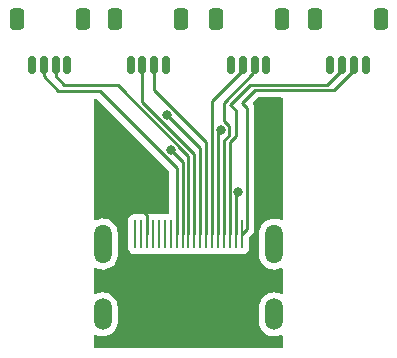
<source format=gbr>
%TF.GenerationSoftware,KiCad,Pcbnew,(6.0.5)*%
%TF.CreationDate,2022-06-07T13:54:38-06:00*%
%TF.ProjectId,21Pin_Fanout,32315069-6e5f-4466-916e-6f75742e6b69,rev?*%
%TF.SameCoordinates,Original*%
%TF.FileFunction,Copper,L1,Top*%
%TF.FilePolarity,Positive*%
%FSLAX46Y46*%
G04 Gerber Fmt 4.6, Leading zero omitted, Abs format (unit mm)*
G04 Created by KiCad (PCBNEW (6.0.5)) date 2022-06-07 13:54:38*
%MOMM*%
%LPD*%
G01*
G04 APERTURE LIST*
G04 Aperture macros list*
%AMRoundRect*
0 Rectangle with rounded corners*
0 $1 Rounding radius*
0 $2 $3 $4 $5 $6 $7 $8 $9 X,Y pos of 4 corners*
0 Add a 4 corners polygon primitive as box body*
4,1,4,$2,$3,$4,$5,$6,$7,$8,$9,$2,$3,0*
0 Add four circle primitives for the rounded corners*
1,1,$1+$1,$2,$3*
1,1,$1+$1,$4,$5*
1,1,$1+$1,$6,$7*
1,1,$1+$1,$8,$9*
0 Add four rect primitives between the rounded corners*
20,1,$1+$1,$2,$3,$4,$5,0*
20,1,$1+$1,$4,$5,$6,$7,0*
20,1,$1+$1,$6,$7,$8,$9,0*
20,1,$1+$1,$8,$9,$2,$3,0*%
G04 Aperture macros list end*
%TA.AperFunction,ComponentPad*%
%ADD10O,1.500000X3.300000*%
%TD*%
%TA.AperFunction,ComponentPad*%
%ADD11O,1.500000X2.700000*%
%TD*%
%TA.AperFunction,SMDPad,CuDef*%
%ADD12O,0.250000X2.400000*%
%TD*%
%TA.AperFunction,SMDPad,CuDef*%
%ADD13RoundRect,0.250000X0.350000X0.650000X-0.350000X0.650000X-0.350000X-0.650000X0.350000X-0.650000X0*%
%TD*%
%TA.AperFunction,SMDPad,CuDef*%
%ADD14RoundRect,0.150000X0.150000X0.625000X-0.150000X0.625000X-0.150000X-0.625000X0.150000X-0.625000X0*%
%TD*%
%TA.AperFunction,ViaPad*%
%ADD15C,0.800000*%
%TD*%
%TA.AperFunction,Conductor*%
%ADD16C,0.250000*%
%TD*%
G04 APERTURE END LIST*
D10*
%TO.P,J1,23*%
%TO.N,N/C*%
X-7250000Y2564000D03*
%TO.P,J1,22*%
X7250000Y2564000D03*
D11*
%TO.P,J1,21*%
X-7250000Y-3396000D03*
%TO.P,J1,20*%
X7250000Y-3396000D03*
D12*
%TO.P,J1,19,HPD*%
%TO.N,unconnected-(J1-Pad19)*%
X-4501000Y3396000D03*
%TO.P,J1,18,+5V*%
%TO.N,unconnected-(J1-Pad18)*%
X-4001000Y3396000D03*
%TO.P,J1,17,GND*%
%TO.N,GND*%
X-3501000Y3396000D03*
%TO.P,J1,16,SDA*%
%TO.N,unconnected-(J1-Pad16)*%
X-3001000Y3396000D03*
%TO.P,J1,15,SCL*%
%TO.N,unconnected-(J1-Pad15)*%
X-2500000Y3396000D03*
%TO.P,J1,14,UTILITY*%
%TO.N,unconnected-(J1-Pad14)*%
X-2000000Y3396000D03*
%TO.P,J1,13,CEC*%
%TO.N,unconnected-(J1-Pad13)*%
X-1500000Y3396000D03*
%TO.P,J1,12,CK-*%
%TO.N,Net-(J1-Pad12)*%
X-1000000Y3396000D03*
%TO.P,J1,11,CKS*%
%TO.N,GND*%
X-500000Y3396000D03*
%TO.P,J1,10,CK+*%
%TO.N,Net-(J1-Pad10)*%
X0Y3396000D03*
%TO.P,J1,9,D0-*%
%TO.N,Net-(J1-Pad9)*%
X500000Y3396000D03*
%TO.P,J1,8,D0S*%
%TO.N,GND*%
X1000000Y3396000D03*
%TO.P,J1,7,D0+*%
%TO.N,Net-(J1-Pad7)*%
X1500000Y3396000D03*
%TO.P,J1,6,D1-*%
%TO.N,Net-(J1-Pad6)*%
X2000000Y3396000D03*
%TO.P,J1,5,D1S*%
%TO.N,GND*%
X2500000Y3396000D03*
%TO.P,J1,4,D1+*%
%TO.N,Net-(J1-Pad4)*%
X3001000Y3396000D03*
%TO.P,J1,3,D2-*%
%TO.N,Net-(J6-Pad3)*%
X3501000Y3396000D03*
%TO.P,J1,2,D2S*%
%TO.N,GND*%
X4001000Y3396000D03*
%TO.P,J1,1,D2+*%
%TO.N,Net-(J6-Pad2)*%
X4501000Y3396000D03*
%TD*%
D13*
%TO.P,J9,MP*%
%TO.N,N/C*%
X-8950000Y21625000D03*
X-14550000Y21625000D03*
D14*
%TO.P,J9,4,Pin_4*%
%TO.N,unconnected-(J9-Pad4)*%
X-13250000Y17750000D03*
%TO.P,J9,3,Pin_3*%
%TO.N,Net-(J1-Pad12)*%
X-12250000Y17750000D03*
%TO.P,J9,2,Pin_2*%
%TO.N,Net-(J1-Pad10)*%
X-11250000Y17750000D03*
%TO.P,J9,1,Pin_1*%
%TO.N,unconnected-(J9-Pad1)*%
X-10250000Y17750000D03*
%TD*%
D13*
%TO.P,J8,MP*%
%TO.N,N/C*%
X-600000Y21625000D03*
X-6200000Y21625000D03*
D14*
%TO.P,J8,4,Pin_4*%
%TO.N,unconnected-(J8-Pad4)*%
X-4900000Y17750000D03*
%TO.P,J8,3,Pin_3*%
%TO.N,Net-(J1-Pad9)*%
X-3900000Y17750000D03*
%TO.P,J8,2,Pin_2*%
%TO.N,Net-(J1-Pad7)*%
X-2900000Y17750000D03*
%TO.P,J8,1,Pin_1*%
%TO.N,unconnected-(J8-Pad1)*%
X-1900000Y17750000D03*
%TD*%
D13*
%TO.P,J7,MP*%
%TO.N,N/C*%
X7900000Y21625000D03*
X2300000Y21625000D03*
D14*
%TO.P,J7,4,Pin_4*%
%TO.N,unconnected-(J7-Pad4)*%
X3600000Y17750000D03*
%TO.P,J7,3,Pin_3*%
%TO.N,Net-(J1-Pad6)*%
X4600000Y17750000D03*
%TO.P,J7,2,Pin_2*%
%TO.N,Net-(J1-Pad4)*%
X5600000Y17750000D03*
%TO.P,J7,1,Pin_1*%
%TO.N,unconnected-(J7-Pad1)*%
X6600000Y17750000D03*
%TD*%
D13*
%TO.P,J6,MP*%
%TO.N,N/C*%
X16300000Y21625000D03*
X10700000Y21625000D03*
D14*
%TO.P,J6,4,Pin_4*%
%TO.N,unconnected-(J6-Pad4)*%
X12000000Y17750000D03*
%TO.P,J6,3,Pin_3*%
%TO.N,Net-(J6-Pad3)*%
X13000000Y17750000D03*
%TO.P,J6,2,Pin_2*%
%TO.N,Net-(J6-Pad2)*%
X14000000Y17750000D03*
%TO.P,J6,1,Pin_1*%
%TO.N,unconnected-(J6-Pad1)*%
X15000000Y17750000D03*
%TD*%
D15*
%TO.N,GND*%
X4225500Y7000000D03*
X2724500Y12250000D03*
X-1770236Y13479764D03*
X-1487701Y10512299D03*
X-4000000Y5500000D03*
%TD*%
D16*
%TO.N,Net-(J6-Pad2)*%
X4950011Y3845011D02*
X4501000Y3396000D01*
X4950011Y14051989D02*
X4950011Y3845011D01*
X4501000Y14501000D02*
X4950011Y14051989D01*
%TO.N,GND*%
X4001000Y6775500D02*
X4225500Y7000000D01*
X4001000Y3396000D02*
X4001000Y6775500D01*
%TO.N,Net-(J1-Pad4)*%
X3449011Y11749491D02*
X3001000Y11301480D01*
X3449011Y12550103D02*
X3449011Y11749491D01*
X3001000Y12998114D02*
X3449011Y12550103D01*
X5500000Y17000000D02*
X3001000Y14501000D01*
X3001000Y14501000D02*
X3001000Y12998114D01*
X3001000Y11301480D02*
X3001000Y3396000D01*
%TO.N,Net-(J6-Pad3)*%
X11753213Y16057141D02*
X13000000Y17303928D01*
X3501000Y14365282D02*
X5192859Y16057141D01*
X4000000Y13866282D02*
X3501000Y14365282D01*
X5192859Y16057141D02*
X11753213Y16057141D01*
X3501000Y11165762D02*
X4000000Y11664762D01*
X3501000Y3396000D02*
X3501000Y11165762D01*
X4000000Y11664762D02*
X4000000Y13866282D01*
X13000000Y17303928D02*
X13000000Y17750000D01*
%TO.N,GND*%
X2500000Y12025500D02*
X2724500Y12250000D01*
X2500000Y3396000D02*
X2500000Y12025500D01*
%TO.N,Net-(J1-Pad6)*%
X2000000Y3396000D02*
X2000000Y14703928D01*
%TO.N,Net-(J1-Pad7)*%
X1500000Y11234142D02*
X1500000Y3396000D01*
X-2900000Y15634142D02*
X1500000Y11234142D01*
X-2900000Y17750000D02*
X-2900000Y15634142D01*
%TO.N,GND*%
X1000000Y10709528D02*
X-1770236Y13479764D01*
X1000000Y3396000D02*
X1000000Y10709528D01*
%TO.N,Net-(J1-Pad9)*%
X-3900000Y14584930D02*
X500000Y10184930D01*
X500000Y10184930D02*
X500000Y3396000D01*
X-3900000Y17750000D02*
X-3900000Y14584930D01*
%TO.N,Net-(J1-Pad10)*%
X-11250000Y16750000D02*
X-11250000Y17750000D01*
X-5950788Y16000000D02*
X-10500000Y16000000D01*
X0Y10049212D02*
X-5950788Y16000000D01*
X-10500000Y16000000D02*
X-11250000Y16750000D01*
X0Y3396000D02*
X0Y10049212D01*
%TO.N,GND*%
X-500000Y9524598D02*
X-1487701Y10512299D01*
X-500000Y3396000D02*
X-500000Y9524598D01*
%TO.N,Net-(J1-Pad12)*%
X-1000000Y9000000D02*
X-1000000Y3396000D01*
X-7500000Y15500000D02*
X-1000000Y9000000D01*
X-11000000Y15500000D02*
X-7500000Y15500000D01*
X-12250000Y16750000D02*
X-11000000Y15500000D01*
%TO.N,GND*%
X-3501000Y5001000D02*
X-4000000Y5500000D01*
X-3501000Y3396000D02*
X-3501000Y5001000D01*
%TO.N,Net-(J6-Pad2)*%
X12303693Y15607621D02*
X5607621Y15607621D01*
X14000000Y17750000D02*
X14000000Y17303928D01*
X14000000Y17303928D02*
X12303693Y15607621D01*
X5607621Y15607621D02*
X4501000Y14501000D01*
%TO.N,Net-(J1-Pad6)*%
X2000000Y14703928D02*
X4600000Y17303928D01*
X4600000Y17303928D02*
X4600000Y17750000D01*
%TO.N,Net-(J1-Pad12)*%
X-12250000Y17750000D02*
X-12250000Y16750000D01*
%TD*%
%TA.AperFunction,Conductor*%
%TO.N,GND*%
G36*
X7937238Y14954119D02*
G01*
X7983731Y14900463D01*
X7993492Y14831209D01*
X7991914Y14825934D01*
X7991859Y14816960D01*
X7991859Y14816959D01*
X7991704Y14791503D01*
X7991671Y14790711D01*
X7991500Y14789614D01*
X7991500Y14758623D01*
X7991498Y14757853D01*
X7991024Y14680279D01*
X7991408Y14678935D01*
X7991500Y14677590D01*
X7991500Y4705927D01*
X7971498Y4637806D01*
X7917842Y4591313D01*
X7847568Y4581209D01*
X7814855Y4590554D01*
X7658180Y4659330D01*
X7658167Y4659335D01*
X7653033Y4661588D01*
X7647582Y4662897D01*
X7647578Y4662898D01*
X7440046Y4712722D01*
X7440045Y4712722D01*
X7434589Y4714032D01*
X7350525Y4718879D01*
X7215917Y4726640D01*
X7215914Y4726640D01*
X7210310Y4726963D01*
X6987285Y4699975D01*
X6772565Y4633918D01*
X6767585Y4631348D01*
X6767581Y4631346D01*
X6626850Y4558709D01*
X6572936Y4530882D01*
X6394708Y4394123D01*
X6243515Y4227964D01*
X6124136Y4037656D01*
X6040344Y3829217D01*
X5994787Y3609233D01*
X5991500Y3552225D01*
X5991500Y1607001D01*
X5991749Y1604214D01*
X5991749Y1604208D01*
X5998009Y1534071D01*
X6006383Y1440238D01*
X6065663Y1223549D01*
X6162378Y1020782D01*
X6293471Y838346D01*
X6454799Y682008D01*
X6641262Y556710D01*
X6846967Y466412D01*
X6852418Y465103D01*
X6852422Y465102D01*
X7025503Y423549D01*
X7065411Y413968D01*
X7149475Y409121D01*
X7284083Y401360D01*
X7284086Y401360D01*
X7289690Y401037D01*
X7512715Y428025D01*
X7727435Y494082D01*
X7732415Y496652D01*
X7732419Y496654D01*
X7807710Y535515D01*
X7877417Y548984D01*
X7943341Y522629D01*
X7984550Y464816D01*
X7991500Y423549D01*
X7991500Y-1554073D01*
X7971498Y-1622194D01*
X7917842Y-1668687D01*
X7847568Y-1678791D01*
X7814855Y-1669446D01*
X7658180Y-1600670D01*
X7658167Y-1600665D01*
X7653033Y-1598412D01*
X7647582Y-1597103D01*
X7647578Y-1597102D01*
X7440046Y-1547278D01*
X7440045Y-1547278D01*
X7434589Y-1545968D01*
X7350525Y-1541121D01*
X7215917Y-1533360D01*
X7215914Y-1533360D01*
X7210310Y-1533037D01*
X6987285Y-1560025D01*
X6772565Y-1626082D01*
X6767585Y-1628652D01*
X6767581Y-1628654D01*
X6577919Y-1726546D01*
X6572936Y-1729118D01*
X6394708Y-1865877D01*
X6243515Y-2032036D01*
X6124136Y-2222344D01*
X6040344Y-2430783D01*
X5994787Y-2650767D01*
X5991500Y-2707775D01*
X5991500Y-4052999D01*
X5991749Y-4055786D01*
X5991749Y-4055792D01*
X5998009Y-4125929D01*
X6006383Y-4219762D01*
X6065663Y-4436451D01*
X6162378Y-4639218D01*
X6293471Y-4821654D01*
X6454799Y-4977992D01*
X6641262Y-5103290D01*
X6846967Y-5193588D01*
X6852418Y-5194897D01*
X6852422Y-5194898D01*
X7025503Y-5236451D01*
X7065411Y-5246032D01*
X7149475Y-5250879D01*
X7284083Y-5258640D01*
X7284086Y-5258640D01*
X7289690Y-5258963D01*
X7512715Y-5231975D01*
X7727435Y-5165918D01*
X7732415Y-5163348D01*
X7732419Y-5163346D01*
X7807710Y-5124485D01*
X7877417Y-5111016D01*
X7943341Y-5137371D01*
X7984550Y-5195184D01*
X7991500Y-5236451D01*
X7991500Y-6115500D01*
X7971498Y-6183621D01*
X7917842Y-6230114D01*
X7865500Y-6241500D01*
X-7865500Y-6241500D01*
X-7933621Y-6221498D01*
X-7980114Y-6167842D01*
X-7991500Y-6115500D01*
X-7991500Y-5237927D01*
X-7971498Y-5169806D01*
X-7917842Y-5123313D01*
X-7847568Y-5113209D01*
X-7814855Y-5122554D01*
X-7658180Y-5191330D01*
X-7658167Y-5191335D01*
X-7653033Y-5193588D01*
X-7647582Y-5194897D01*
X-7647578Y-5194898D01*
X-7474497Y-5236451D01*
X-7434589Y-5246032D01*
X-7350525Y-5250879D01*
X-7215917Y-5258640D01*
X-7215914Y-5258640D01*
X-7210310Y-5258963D01*
X-6987285Y-5231975D01*
X-6772565Y-5165918D01*
X-6767585Y-5163348D01*
X-6767581Y-5163346D01*
X-6577919Y-5065454D01*
X-6577918Y-5065454D01*
X-6572936Y-5062882D01*
X-6394708Y-4926123D01*
X-6243515Y-4759964D01*
X-6124136Y-4569656D01*
X-6040344Y-4361217D01*
X-5994787Y-4141233D01*
X-5991500Y-4084225D01*
X-5991500Y-2739001D01*
X-5994449Y-2705952D01*
X-6005884Y-2577833D01*
X-6006383Y-2572238D01*
X-6065663Y-2355549D01*
X-6162378Y-2152782D01*
X-6293471Y-1970346D01*
X-6454799Y-1814008D01*
X-6641262Y-1688710D01*
X-6846967Y-1598412D01*
X-6852418Y-1597103D01*
X-6852422Y-1597102D01*
X-7059954Y-1547278D01*
X-7059955Y-1547278D01*
X-7065411Y-1545968D01*
X-7149475Y-1541121D01*
X-7284083Y-1533360D01*
X-7284086Y-1533360D01*
X-7289690Y-1533037D01*
X-7512715Y-1560025D01*
X-7727435Y-1626082D01*
X-7732415Y-1628652D01*
X-7732419Y-1628654D01*
X-7807710Y-1667515D01*
X-7877417Y-1680984D01*
X-7943341Y-1654629D01*
X-7984550Y-1596816D01*
X-7991500Y-1555549D01*
X-7991500Y422073D01*
X-7971498Y490194D01*
X-7917842Y536687D01*
X-7847568Y546791D01*
X-7814855Y537446D01*
X-7658180Y468670D01*
X-7658167Y468665D01*
X-7653033Y466412D01*
X-7647582Y465103D01*
X-7647578Y465102D01*
X-7474497Y423549D01*
X-7434589Y413968D01*
X-7350525Y409121D01*
X-7215917Y401360D01*
X-7215914Y401360D01*
X-7210310Y401037D01*
X-6987285Y428025D01*
X-6772565Y494082D01*
X-6767585Y496652D01*
X-6767581Y496654D01*
X-6577919Y594546D01*
X-6577918Y594546D01*
X-6572936Y597118D01*
X-6394708Y733877D01*
X-6243515Y900036D01*
X-6124136Y1090344D01*
X-6040344Y1298783D01*
X-5994787Y1518767D01*
X-5991500Y1575775D01*
X-5991500Y3520999D01*
X-5992057Y3527246D01*
X-6000124Y3617633D01*
X-6006383Y3687762D01*
X-6012611Y3710530D01*
X-6064183Y3899040D01*
X-6065663Y3904451D01*
X-6162378Y4107218D01*
X-6293471Y4289654D01*
X-6454799Y4445992D01*
X-6641262Y4571290D01*
X-6846967Y4661588D01*
X-6852418Y4662897D01*
X-6852422Y4662898D01*
X-7059954Y4712722D01*
X-7059955Y4712722D01*
X-7065411Y4714032D01*
X-7149475Y4718879D01*
X-7284083Y4726640D01*
X-7284086Y4726640D01*
X-7289690Y4726963D01*
X-7512715Y4699975D01*
X-7727435Y4633918D01*
X-7732415Y4631348D01*
X-7732419Y4631346D01*
X-7807710Y4592485D01*
X-7877417Y4579016D01*
X-7943341Y4605371D01*
X-7984550Y4663184D01*
X-7991500Y4704451D01*
X-7991500Y14740500D01*
X-7971498Y14808621D01*
X-7917842Y14855114D01*
X-7865500Y14866500D01*
X-7814594Y14866500D01*
X-7746473Y14846498D01*
X-7725499Y14829595D01*
X-1670405Y8774501D01*
X-1636379Y8712189D01*
X-1633500Y8685406D01*
X-1633500Y5195692D01*
X-1653502Y5127571D01*
X-1707158Y5081078D01*
X-1777432Y5070974D01*
X-1796644Y5075442D01*
X-1802682Y5078283D01*
X-1810470Y5079769D01*
X-1810471Y5079769D01*
X-1952121Y5106790D01*
X-1952122Y5106790D01*
X-1959906Y5108275D01*
X-2048400Y5102708D01*
X-2111738Y5098723D01*
X-2111740Y5098723D01*
X-2119650Y5098225D01*
X-2127186Y5095776D01*
X-2127188Y5095776D01*
X-2128711Y5095281D01*
X-2200291Y5072023D01*
X-2205545Y5070316D01*
X-2276512Y5068288D01*
X-2288184Y5072528D01*
X-2295512Y5074909D01*
X-2302682Y5078283D01*
X-2310465Y5079768D01*
X-2310466Y5079768D01*
X-2452121Y5106790D01*
X-2452122Y5106790D01*
X-2459906Y5108275D01*
X-2548400Y5102708D01*
X-2611738Y5098723D01*
X-2611740Y5098723D01*
X-2619650Y5098225D01*
X-2627186Y5095776D01*
X-2627188Y5095776D01*
X-2706137Y5070124D01*
X-2777105Y5068097D01*
X-2790313Y5072895D01*
X-2796511Y5074908D01*
X-2803682Y5078283D01*
X-2935305Y5103391D01*
X-2953121Y5106790D01*
X-2953122Y5106790D01*
X-2960906Y5108275D01*
X-3049400Y5102708D01*
X-3112738Y5098723D01*
X-3112740Y5098723D01*
X-3120650Y5098225D01*
X-3207241Y5070090D01*
X-3278206Y5068062D01*
X-3289110Y5072023D01*
X-3289124Y5071979D01*
X-3311622Y5079289D01*
X-3453152Y5106287D01*
X-3468849Y5107274D01*
X-3612643Y5098228D01*
X-3628093Y5095281D01*
X-3705884Y5070005D01*
X-3776852Y5067978D01*
X-3791038Y5073130D01*
X-3796508Y5074907D01*
X-3803682Y5078283D01*
X-3935305Y5103391D01*
X-3953121Y5106790D01*
X-3953122Y5106790D01*
X-3960906Y5108275D01*
X-4049400Y5102708D01*
X-4112738Y5098723D01*
X-4112740Y5098723D01*
X-4120650Y5098225D01*
X-4128186Y5095776D01*
X-4128188Y5095776D01*
X-4129711Y5095281D01*
X-4201291Y5072023D01*
X-4206545Y5070316D01*
X-4277512Y5068288D01*
X-4289184Y5072528D01*
X-4296512Y5074909D01*
X-4303682Y5078283D01*
X-4311465Y5079768D01*
X-4311466Y5079768D01*
X-4453121Y5106790D01*
X-4453122Y5106790D01*
X-4460906Y5108275D01*
X-4549400Y5102708D01*
X-4612738Y5098723D01*
X-4612740Y5098723D01*
X-4620650Y5098225D01*
X-4628186Y5095776D01*
X-4628188Y5095776D01*
X-4765333Y5051215D01*
X-4765336Y5051214D01*
X-4772875Y5048764D01*
X-4908018Y4963000D01*
X-5017586Y4846321D01*
X-5094695Y4706060D01*
X-5134500Y4551030D01*
X-5134500Y2281144D01*
X-5119474Y2162203D01*
X-5060552Y2013383D01*
X-4966472Y1883893D01*
X-4843144Y1781867D01*
X-4835977Y1778494D01*
X-4835973Y1778492D01*
X-4773879Y1749274D01*
X-4698318Y1713717D01*
X-4593778Y1693775D01*
X-4551515Y1685713D01*
X-4541094Y1683725D01*
X-4452600Y1689292D01*
X-4389262Y1693277D01*
X-4389260Y1693277D01*
X-4381350Y1693775D01*
X-4373814Y1696224D01*
X-4373812Y1696224D01*
X-4305248Y1718502D01*
X-4295455Y1721684D01*
X-4224488Y1723712D01*
X-4212816Y1719472D01*
X-4205488Y1717091D01*
X-4198318Y1713717D01*
X-4190535Y1712232D01*
X-4190534Y1712232D01*
X-4048879Y1685210D01*
X-4041094Y1683725D01*
X-3952600Y1689292D01*
X-3889262Y1693277D01*
X-3889260Y1693277D01*
X-3881350Y1693775D01*
X-3794759Y1721910D01*
X-3723794Y1723938D01*
X-3712890Y1719977D01*
X-3712876Y1720021D01*
X-3690378Y1712711D01*
X-3548848Y1685713D01*
X-3533151Y1684726D01*
X-3389357Y1693772D01*
X-3373907Y1696719D01*
X-3296116Y1721995D01*
X-3225148Y1724022D01*
X-3210962Y1718870D01*
X-3205492Y1717093D01*
X-3198318Y1713717D01*
X-3093778Y1693775D01*
X-3051515Y1685713D01*
X-3041094Y1683725D01*
X-2952600Y1689292D01*
X-2889262Y1693277D01*
X-2889260Y1693277D01*
X-2881350Y1693775D01*
X-2873814Y1696224D01*
X-2873812Y1696224D01*
X-2794863Y1721876D01*
X-2723895Y1723903D01*
X-2710687Y1719105D01*
X-2704489Y1717092D01*
X-2697318Y1713717D01*
X-2592778Y1693775D01*
X-2550515Y1685713D01*
X-2540094Y1683725D01*
X-2451600Y1689292D01*
X-2388262Y1693277D01*
X-2388260Y1693277D01*
X-2380350Y1693775D01*
X-2372814Y1696224D01*
X-2372812Y1696224D01*
X-2304248Y1718502D01*
X-2294455Y1721684D01*
X-2223488Y1723712D01*
X-2211816Y1719472D01*
X-2204488Y1717091D01*
X-2197318Y1713717D01*
X-2189535Y1712232D01*
X-2189534Y1712232D01*
X-2047879Y1685210D01*
X-2040094Y1683725D01*
X-1951600Y1689292D01*
X-1888262Y1693277D01*
X-1888260Y1693277D01*
X-1880350Y1693775D01*
X-1872814Y1696224D01*
X-1872812Y1696224D01*
X-1804248Y1718502D01*
X-1794455Y1721684D01*
X-1723488Y1723712D01*
X-1711816Y1719472D01*
X-1704488Y1717091D01*
X-1697318Y1713717D01*
X-1689535Y1712232D01*
X-1689534Y1712232D01*
X-1547879Y1685210D01*
X-1540094Y1683725D01*
X-1451600Y1689292D01*
X-1388262Y1693277D01*
X-1388260Y1693277D01*
X-1380350Y1693775D01*
X-1372814Y1696224D01*
X-1372812Y1696224D01*
X-1304248Y1718502D01*
X-1294455Y1721684D01*
X-1223488Y1723712D01*
X-1211816Y1719472D01*
X-1204488Y1717091D01*
X-1197318Y1713717D01*
X-1189535Y1712232D01*
X-1189534Y1712232D01*
X-1047879Y1685210D01*
X-1040094Y1683725D01*
X-951600Y1689292D01*
X-888262Y1693277D01*
X-888260Y1693277D01*
X-880350Y1693775D01*
X-793759Y1721910D01*
X-722794Y1723938D01*
X-711890Y1719977D01*
X-711876Y1720021D01*
X-689378Y1712711D01*
X-547848Y1685713D01*
X-532151Y1684726D01*
X-388357Y1693772D01*
X-372907Y1696719D01*
X-295116Y1721995D01*
X-224148Y1724022D01*
X-209962Y1718870D01*
X-204492Y1717093D01*
X-197318Y1713717D01*
X-92778Y1693775D01*
X-50515Y1685713D01*
X-40094Y1683725D01*
X48400Y1689292D01*
X111738Y1693277D01*
X111740Y1693277D01*
X119650Y1693775D01*
X127186Y1696224D01*
X127188Y1696224D01*
X195752Y1718502D01*
X205545Y1721684D01*
X276512Y1723712D01*
X288184Y1719472D01*
X295512Y1717091D01*
X302682Y1713717D01*
X310465Y1712232D01*
X310466Y1712232D01*
X452121Y1685210D01*
X459906Y1683725D01*
X548400Y1689292D01*
X611738Y1693277D01*
X611740Y1693277D01*
X619650Y1693775D01*
X706241Y1721910D01*
X777206Y1723938D01*
X788110Y1719977D01*
X788124Y1720021D01*
X810622Y1712711D01*
X952152Y1685713D01*
X967849Y1684726D01*
X1111643Y1693772D01*
X1127093Y1696719D01*
X1204884Y1721995D01*
X1275852Y1724022D01*
X1290038Y1718870D01*
X1295508Y1717093D01*
X1302682Y1713717D01*
X1407222Y1693775D01*
X1449485Y1685713D01*
X1459906Y1683725D01*
X1548400Y1689292D01*
X1611738Y1693277D01*
X1611740Y1693277D01*
X1619650Y1693775D01*
X1627186Y1696224D01*
X1627188Y1696224D01*
X1695752Y1718502D01*
X1705545Y1721684D01*
X1776512Y1723712D01*
X1788184Y1719472D01*
X1795512Y1717091D01*
X1802682Y1713717D01*
X1810465Y1712232D01*
X1810466Y1712232D01*
X1952121Y1685210D01*
X1959906Y1683725D01*
X2048400Y1689292D01*
X2111738Y1693277D01*
X2111740Y1693277D01*
X2119650Y1693775D01*
X2206241Y1721910D01*
X2277206Y1723938D01*
X2288110Y1719977D01*
X2288124Y1720021D01*
X2310622Y1712711D01*
X2452152Y1685713D01*
X2467849Y1684726D01*
X2611643Y1693772D01*
X2627093Y1696719D01*
X2705476Y1722187D01*
X2776444Y1724214D01*
X2792172Y1718502D01*
X2796506Y1717094D01*
X2803682Y1713717D01*
X2908222Y1693775D01*
X2950485Y1685713D01*
X2960906Y1683725D01*
X3049400Y1689292D01*
X3112738Y1693277D01*
X3112740Y1693277D01*
X3120650Y1693775D01*
X3128186Y1696224D01*
X3128188Y1696224D01*
X3196752Y1718502D01*
X3206545Y1721684D01*
X3277512Y1723712D01*
X3289184Y1719472D01*
X3296512Y1717091D01*
X3303682Y1713717D01*
X3311465Y1712232D01*
X3311466Y1712232D01*
X3453121Y1685210D01*
X3460906Y1683725D01*
X3549400Y1689292D01*
X3612738Y1693277D01*
X3612740Y1693277D01*
X3620650Y1693775D01*
X3707241Y1721910D01*
X3778206Y1723938D01*
X3789110Y1719977D01*
X3789124Y1720021D01*
X3811622Y1712711D01*
X3953152Y1685713D01*
X3968849Y1684726D01*
X4112643Y1693772D01*
X4128093Y1696719D01*
X4205884Y1721995D01*
X4276852Y1724022D01*
X4291038Y1718870D01*
X4296508Y1717093D01*
X4303682Y1713717D01*
X4408222Y1693775D01*
X4450485Y1685713D01*
X4460906Y1683725D01*
X4549400Y1689292D01*
X4612738Y1693277D01*
X4612740Y1693277D01*
X4620650Y1693775D01*
X4628186Y1696224D01*
X4628188Y1696224D01*
X4765333Y1740785D01*
X4765336Y1740786D01*
X4772875Y1743236D01*
X4908018Y1829000D01*
X5017586Y1945679D01*
X5094695Y2085940D01*
X5134500Y2240970D01*
X5134500Y3081406D01*
X5154502Y3149527D01*
X5171405Y3170501D01*
X5342258Y3341354D01*
X5350548Y3348898D01*
X5357029Y3353011D01*
X5403670Y3402679D01*
X5406424Y3405520D01*
X5426145Y3425241D01*
X5428623Y3428436D01*
X5436329Y3437458D01*
X5461169Y3463910D01*
X5466597Y3469690D01*
X5476357Y3487443D01*
X5487210Y3503966D01*
X5494764Y3513705D01*
X5499624Y3519970D01*
X5517187Y3560554D01*
X5522394Y3571184D01*
X5543706Y3609951D01*
X5545677Y3617628D01*
X5545679Y3617633D01*
X5548743Y3629569D01*
X5555149Y3648281D01*
X5560045Y3659594D01*
X5563192Y3666866D01*
X5565616Y3682167D01*
X5570108Y3710530D01*
X5572515Y3722151D01*
X5581539Y3757300D01*
X5581539Y3757301D01*
X5583511Y3764981D01*
X5583511Y3785242D01*
X5585062Y3804953D01*
X5586990Y3817126D01*
X5588230Y3824954D01*
X5584070Y3868965D01*
X5583511Y3880822D01*
X5583511Y13973226D01*
X5584038Y13984410D01*
X5585712Y13991898D01*
X5583573Y14059957D01*
X5583511Y14063914D01*
X5583511Y14091845D01*
X5583005Y14095851D01*
X5582072Y14107697D01*
X5580933Y14143952D01*
X5580684Y14151879D01*
X5575033Y14171331D01*
X5571025Y14190683D01*
X5569479Y14202921D01*
X5569478Y14202923D01*
X5568485Y14210786D01*
X5552205Y14251903D01*
X5548370Y14263104D01*
X5536029Y14305583D01*
X5531996Y14312402D01*
X5531994Y14312407D01*
X5525718Y14323018D01*
X5517021Y14340768D01*
X5509563Y14359606D01*
X5483582Y14395366D01*
X5477063Y14405289D01*
X5461456Y14431680D01*
X5443998Y14500496D01*
X5466516Y14567827D01*
X5480816Y14584912D01*
X5833120Y14937216D01*
X5895432Y14971242D01*
X5922215Y14974121D01*
X7869117Y14974121D01*
X7937238Y14954119D01*
G37*
%TD.AperFunction*%
%TD*%
M02*

</source>
